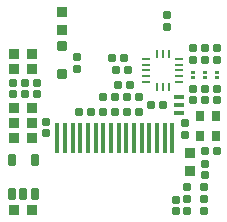
<source format=gtp>
G04*
G04 #@! TF.GenerationSoftware,Altium Limited,Altium Designer,19.1.5 (86)*
G04*
G04 Layer_Color=8421504*
%FSLAX25Y25*%
%MOIN*%
G70*
G01*
G75*
%ADD19R,0.01260X0.10000*%
G04:AMPARAMS|DCode=20|XSize=23.62mil|YSize=23.62mil|CornerRadius=2.36mil|HoleSize=0mil|Usage=FLASHONLY|Rotation=270.000|XOffset=0mil|YOffset=0mil|HoleType=Round|Shape=RoundedRectangle|*
%AMROUNDEDRECTD20*
21,1,0.02362,0.01890,0,0,270.0*
21,1,0.01890,0.02362,0,0,270.0*
1,1,0.00472,-0.00945,-0.00945*
1,1,0.00472,-0.00945,0.00945*
1,1,0.00472,0.00945,0.00945*
1,1,0.00472,0.00945,-0.00945*
%
%ADD20ROUNDEDRECTD20*%
G04:AMPARAMS|DCode=21|XSize=35.43mil|YSize=31.5mil|CornerRadius=3.94mil|HoleSize=0mil|Usage=FLASHONLY|Rotation=270.000|XOffset=0mil|YOffset=0mil|HoleType=Round|Shape=RoundedRectangle|*
%AMROUNDEDRECTD21*
21,1,0.03543,0.02362,0,0,270.0*
21,1,0.02756,0.03150,0,0,270.0*
1,1,0.00787,-0.01181,-0.01378*
1,1,0.00787,-0.01181,0.01378*
1,1,0.00787,0.01181,0.01378*
1,1,0.00787,0.01181,-0.01378*
%
%ADD21ROUNDEDRECTD21*%
G04:AMPARAMS|DCode=22|XSize=23.62mil|YSize=23.62mil|CornerRadius=2.36mil|HoleSize=0mil|Usage=FLASHONLY|Rotation=180.000|XOffset=0mil|YOffset=0mil|HoleType=Round|Shape=RoundedRectangle|*
%AMROUNDEDRECTD22*
21,1,0.02362,0.01890,0,0,180.0*
21,1,0.01890,0.02362,0,0,180.0*
1,1,0.00472,-0.00945,0.00945*
1,1,0.00472,0.00945,0.00945*
1,1,0.00472,0.00945,-0.00945*
1,1,0.00472,-0.00945,-0.00945*
%
%ADD22ROUNDEDRECTD22*%
G04:AMPARAMS|DCode=23|XSize=35mil|YSize=35mil|CornerRadius=3.5mil|HoleSize=0mil|Usage=FLASHONLY|Rotation=180.000|XOffset=0mil|YOffset=0mil|HoleType=Round|Shape=RoundedRectangle|*
%AMROUNDEDRECTD23*
21,1,0.03500,0.02800,0,0,180.0*
21,1,0.02800,0.03500,0,0,180.0*
1,1,0.00700,-0.01400,0.01400*
1,1,0.00700,0.01400,0.01400*
1,1,0.00700,0.01400,-0.01400*
1,1,0.00700,-0.01400,-0.01400*
%
%ADD23ROUNDEDRECTD23*%
G04:AMPARAMS|DCode=24|XSize=23.62mil|YSize=27.56mil|CornerRadius=2.95mil|HoleSize=0mil|Usage=FLASHONLY|Rotation=0.000|XOffset=0mil|YOffset=0mil|HoleType=Round|Shape=RoundedRectangle|*
%AMROUNDEDRECTD24*
21,1,0.02362,0.02165,0,0,0.0*
21,1,0.01772,0.02756,0,0,0.0*
1,1,0.00591,0.00886,-0.01083*
1,1,0.00591,-0.00886,-0.01083*
1,1,0.00591,-0.00886,0.01083*
1,1,0.00591,0.00886,0.01083*
%
%ADD24ROUNDEDRECTD24*%
G04:AMPARAMS|DCode=25|XSize=35mil|YSize=35mil|CornerRadius=3.5mil|HoleSize=0mil|Usage=FLASHONLY|Rotation=90.000|XOffset=0mil|YOffset=0mil|HoleType=Round|Shape=RoundedRectangle|*
%AMROUNDEDRECTD25*
21,1,0.03500,0.02800,0,0,90.0*
21,1,0.02800,0.03500,0,0,90.0*
1,1,0.00700,0.01400,0.01400*
1,1,0.00700,0.01400,-0.01400*
1,1,0.00700,-0.01400,-0.01400*
1,1,0.00700,-0.01400,0.01400*
%
%ADD25ROUNDEDRECTD25*%
G04:AMPARAMS|DCode=26|XSize=35mil|YSize=35mil|CornerRadius=4.38mil|HoleSize=0mil|Usage=FLASHONLY|Rotation=180.000|XOffset=0mil|YOffset=0mil|HoleType=Round|Shape=RoundedRectangle|*
%AMROUNDEDRECTD26*
21,1,0.03500,0.02625,0,0,180.0*
21,1,0.02625,0.03500,0,0,180.0*
1,1,0.00875,-0.01313,0.01313*
1,1,0.00875,0.01313,0.01313*
1,1,0.00875,0.01313,-0.01313*
1,1,0.00875,-0.01313,-0.01313*
%
%ADD26ROUNDEDRECTD26*%
%ADD27R,0.03150X0.03543*%
G04:AMPARAMS|DCode=28|XSize=10mil|YSize=16mil|CornerRadius=2.5mil|HoleSize=0mil|Usage=FLASHONLY|Rotation=270.000|XOffset=0mil|YOffset=0mil|HoleType=Round|Shape=RoundedRectangle|*
%AMROUNDEDRECTD28*
21,1,0.01000,0.01100,0,0,270.0*
21,1,0.00500,0.01600,0,0,270.0*
1,1,0.00500,-0.00550,-0.00250*
1,1,0.00500,-0.00550,0.00250*
1,1,0.00500,0.00550,0.00250*
1,1,0.00500,0.00550,-0.00250*
%
%ADD28ROUNDEDRECTD28*%
G04:AMPARAMS|DCode=29|XSize=35mil|YSize=35mil|CornerRadius=4.38mil|HoleSize=0mil|Usage=FLASHONLY|Rotation=270.000|XOffset=0mil|YOffset=0mil|HoleType=Round|Shape=RoundedRectangle|*
%AMROUNDEDRECTD29*
21,1,0.03500,0.02625,0,0,270.0*
21,1,0.02625,0.03500,0,0,270.0*
1,1,0.00875,-0.01313,-0.01313*
1,1,0.00875,-0.01313,0.01313*
1,1,0.00875,0.01313,0.01313*
1,1,0.00875,0.01313,-0.01313*
%
%ADD29ROUNDEDRECTD29*%
%ADD30R,0.02756X0.01102*%
%ADD31R,0.01102X0.02756*%
G04:AMPARAMS|DCode=32|XSize=16mil|YSize=35mil|CornerRadius=2.4mil|HoleSize=0mil|Usage=FLASHONLY|Rotation=90.000|XOffset=0mil|YOffset=0mil|HoleType=Round|Shape=RoundedRectangle|*
%AMROUNDEDRECTD32*
21,1,0.01600,0.03020,0,0,90.0*
21,1,0.01120,0.03500,0,0,90.0*
1,1,0.00480,0.01510,0.00560*
1,1,0.00480,0.01510,-0.00560*
1,1,0.00480,-0.01510,-0.00560*
1,1,0.00480,-0.01510,0.00560*
%
%ADD32ROUNDEDRECTD32*%
G04:AMPARAMS|DCode=33|XSize=23.62mil|YSize=43.31mil|CornerRadius=5.91mil|HoleSize=0mil|Usage=FLASHONLY|Rotation=180.000|XOffset=0mil|YOffset=0mil|HoleType=Round|Shape=RoundedRectangle|*
%AMROUNDEDRECTD33*
21,1,0.02362,0.03150,0,0,180.0*
21,1,0.01181,0.04331,0,0,180.0*
1,1,0.01181,-0.00591,0.01575*
1,1,0.01181,0.00591,0.01575*
1,1,0.01181,0.00591,-0.01575*
1,1,0.01181,-0.00591,-0.01575*
%
%ADD33ROUNDEDRECTD33*%
D19*
X58957Y36957D02*
D03*
X66634D02*
D03*
X33366D02*
D03*
X41043D02*
D03*
X69193D02*
D03*
X61516D02*
D03*
X64075D02*
D03*
X51279D02*
D03*
X53839D02*
D03*
X56398D02*
D03*
X43602D02*
D03*
X46161D02*
D03*
X48720D02*
D03*
X35925D02*
D03*
X38484D02*
D03*
X30807D02*
D03*
D20*
X70500Y16468D02*
D03*
Y12531D02*
D03*
X73500Y41969D02*
D03*
Y38032D02*
D03*
X80000Y28468D02*
D03*
Y24532D02*
D03*
X24000Y55468D02*
D03*
Y51531D02*
D03*
X20000Y55468D02*
D03*
Y51531D02*
D03*
X16000D02*
D03*
Y55468D02*
D03*
X76000Y49531D02*
D03*
Y53469D02*
D03*
X76047Y66937D02*
D03*
Y63000D02*
D03*
X80047Y66937D02*
D03*
Y63000D02*
D03*
X84047Y66937D02*
D03*
Y63000D02*
D03*
X27000Y38532D02*
D03*
Y42469D02*
D03*
X67500Y74032D02*
D03*
Y77969D02*
D03*
X37500Y63968D02*
D03*
Y60031D02*
D03*
X80000Y49531D02*
D03*
Y53469D02*
D03*
X84000Y49531D02*
D03*
Y53469D02*
D03*
D21*
X32300Y67528D02*
D03*
Y58472D02*
D03*
D22*
X65969Y48000D02*
D03*
X62032D02*
D03*
X57968Y50700D02*
D03*
X54031D02*
D03*
X83969Y32500D02*
D03*
X80032D02*
D03*
X52969Y63500D02*
D03*
X49031D02*
D03*
X54031Y45500D02*
D03*
X57968D02*
D03*
X51032Y54700D02*
D03*
X54969D02*
D03*
X50532Y59500D02*
D03*
X54469D02*
D03*
X38032Y45500D02*
D03*
X41969D02*
D03*
X46031Y50700D02*
D03*
X49968D02*
D03*
Y45500D02*
D03*
X46031D02*
D03*
D23*
X22500Y13000D02*
D03*
X16500D02*
D03*
X22500Y37000D02*
D03*
X16500D02*
D03*
X16500Y42000D02*
D03*
X22500D02*
D03*
X16500Y47000D02*
D03*
X22500D02*
D03*
D24*
X79795Y20500D02*
D03*
X74205D02*
D03*
X79795Y12500D02*
D03*
X74205D02*
D03*
X79795Y16500D02*
D03*
X74205D02*
D03*
D25*
X75000Y26000D02*
D03*
Y32000D02*
D03*
D26*
X22500Y65000D02*
D03*
X16500D02*
D03*
Y60000D02*
D03*
X22500D02*
D03*
D27*
X78441Y44346D02*
D03*
X83559D02*
D03*
X78441Y37653D02*
D03*
X83559D02*
D03*
D28*
X80000Y57000D02*
D03*
Y58500D02*
D03*
X84000Y57000D02*
D03*
Y58500D02*
D03*
X76000Y57000D02*
D03*
Y58500D02*
D03*
D29*
X32300Y79000D02*
D03*
Y73000D02*
D03*
D30*
X60488Y63437D02*
D03*
Y61468D02*
D03*
Y59500D02*
D03*
Y57531D02*
D03*
Y55563D02*
D03*
X71512D02*
D03*
Y57531D02*
D03*
Y59500D02*
D03*
Y61468D02*
D03*
Y63437D02*
D03*
D31*
X64031Y53988D02*
D03*
X66000D02*
D03*
X67968D02*
D03*
Y65012D02*
D03*
X66000D02*
D03*
X64031D02*
D03*
D32*
X71500Y48000D02*
D03*
Y45400D02*
D03*
Y50600D02*
D03*
D33*
X15760Y29512D02*
D03*
X23240D02*
D03*
Y18488D02*
D03*
X19500D02*
D03*
X15760D02*
D03*
M02*

</source>
